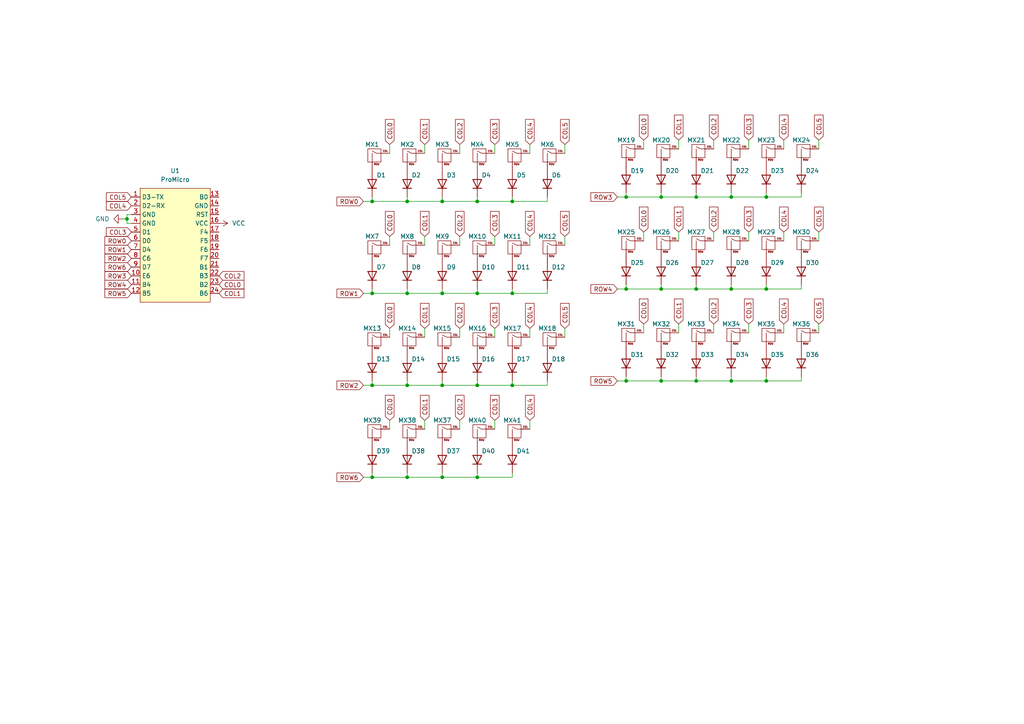
<source format=kicad_sch>
(kicad_sch (version 20230121) (generator eeschema)
  (paper "A4")
  (lib_symbols
    (symbol "Diode:1N4148" (pin_numbers hide) (pin_names hide)
      (property "Reference" "D" (at 0 2.54 0))
      (property "Value" "1N4148" (at 0 -2.54 0))
      (symbol "1N4148_0_1"
        (polyline (pts (xy -1.27 1.27) (xy -1.27 -1.27)) (stroke (width 0.254)))
        (polyline (pts (xy 1.27 0) (xy -1.27 0)))
        (polyline (pts (xy 1.27 1.27) (xy 1.27 -1.27) (xy -1.27 0) (xy 1.27 1.27)) (stroke (width 0.254)))
      )
      (symbol "1N4148_1_1"
        (pin passive line (at -3.81 0 0) (length 2.54) (name "K") (number "1"))
        (pin passive line (at 3.81 0 180) (length 2.54) (name "A") (number "2"))
      )
    )
    (symbol "PCM_0xcb:MX" (pin_names (offset 1.016))
      (property "Reference" "MX" (at -0.635 1.905 0))
      (property "Value" "MX" (at 0.635 0.635 0))
      (symbol "MX_1_0"
        (text "COL" (at 2.54 0.635 0) (effects (font (size 0.508 0.508))))
      )
      (symbol "MX_1_1"
        (polyline (pts (xy -1.27 -2.54) (xy -1.27 0)))
        (polyline (pts (xy 1.27 0) (xy 0 0) (xy -1.27 0.635)))
        (polyline (pts (xy -2.54 1.27) (xy 1.27 1.27) (xy 1.27 -2.54) (xy -2.54 -2.54) (xy -2.54 1.27)))
        (text "ROW" (at 0 -3.175 0) (effects (font (size 0.508 0.508))))
        (pin passive line (at 3.81 0 180) (length 2.54) (name "COL") (number "1"))
        (pin passive line (at -1.27 -5.08 90) (length 2.54) (name "ROW") (number "2"))
      )
    )
    (symbol "PCM_marbastlib-promicroish:Arduino_ProMicro" (in_bom no)
      (property "Reference" "U" (at 0 20.32 0))
      (property "Value" "ProMicro" (at 0 17.78 0))
      (symbol "Arduino_ProMicro_0_0"
        (pin bidirectional line (at -12.7 13.97 0) (length 2.54) (name "D3-TX") (number "1"))
        (pin bidirectional line (at -12.7 -8.89 0) (length 2.54) (name "E6") (number "10"))
        (pin bidirectional line (at -12.7 -11.43 0) (length 2.54) (name "B4") (number "11"))
        (pin bidirectional line (at -12.7 -13.97 0) (length 2.54) (name "B5") (number "12"))
        (pin power_out line (at 12.7 11.43 180) (length 2.54) (name "GND") (number "14"))
        (pin bidirectional line (at 12.7 8.89 180) (length 2.54) (name "RST") (number "15"))
        (pin bidirectional line (at 12.7 3.81 180) (length 2.54) (name "F4") (number "17"))
        (pin bidirectional line (at 12.7 1.27 180) (length 2.54) (name "F5") (number "18"))
        (pin bidirectional line (at 12.7 -1.27 180) (length 2.54) (name "F6") (number "19"))
        (pin bidirectional line (at -12.7 11.43 0) (length 2.54) (name "D2-RX") (number "2"))
        (pin bidirectional line (at 12.7 -3.81 180) (length 2.54) (name "F7") (number "20"))
        (pin bidirectional line (at 12.7 -6.35 180) (length 2.54) (name "B1") (number "21"))
        (pin bidirectional line (at 12.7 -8.89 180) (length 2.54) (name "B3") (number "22"))
        (pin bidirectional line (at 12.7 -11.43 180) (length 2.54) (name "B2") (number "23"))
        (pin bidirectional line (at 12.7 -13.97 180) (length 2.54) (name "B6") (number "24"))
        (pin power_out line (at -12.7 8.89 0) (length 2.54) (name "GND") (number "3"))
        (pin power_out line (at -12.7 6.35 0) (length 2.54) (name "GND") (number "4"))
        (pin bidirectional line (at -12.7 3.81 0) (length 2.54) (name "D1") (number "5"))
        (pin bidirectional line (at -12.7 1.27 0) (length 2.54) (name "D0") (number "6"))
        (pin bidirectional line (at -12.7 -1.27 0) (length 2.54) (name "D4") (number "7"))
        (pin bidirectional line (at -12.7 -3.81 0) (length 2.54) (name "C6") (number "8"))
        (pin bidirectional line (at -12.7 -6.35 0) (length 2.54) (name "D7") (number "9"))
      )
      (symbol "Arduino_ProMicro_1_0"
        (pin bidirectional line (at 12.7 13.97 180) (length 2.54) (name "B0") (number "13"))
        (pin power_out line (at 12.7 6.35 180) (length 2.54) (name "VCC") (number "16"))
      )
      (symbol "Arduino_ProMicro_1_1"
        (rectangle (start -10.16 16.51) (end 10.16 -16.51) (fill (type background)))
      )
    )
    (symbol "power:GND" (power) (pin_names (offset 0))
      (property "Value" "GND" (at 0 -3.81 0))
      (symbol "GND_0_1"
        (polyline (pts (xy 0 0) (xy 0 -1.27) (xy 1.27 -1.27) (xy 0 -2.54) (xy -1.27 -1.27) (xy 0 -1.27)))
      )
      (symbol "GND_1_1"
        (pin power_in line (at 0 0 270) (length 0) hide (name "GND") (number "1"))
      )
    )
    (symbol "power:VCC" (power) (pin_names (offset 0))
      (property "Value" "VCC" (at 0 3.81 0))
      (symbol "VCC_0_1"
        (polyline (pts (xy -0.762 1.27) (xy 0 2.54)))
        (polyline (pts (xy 0 0) (xy 0 2.54)))
        (polyline (pts (xy 0 2.54) (xy 0.762 1.27)))
      )
      (symbol "VCC_1_1"
        (pin power_in line (at 0 0 90) (length 0) hide (name "VCC") (number "1"))
      )
    )
  )
  (junction (at 118.11 58.42))
  (junction (at 138.43 138.43))
  (junction (at 222.25 83.82))
  (junction (at 222.25 57.15))
  (junction (at 138.43 111.76))
  (junction (at 128.27 138.43))
  (junction (at 148.59 58.42))
  (junction (at 181.61 57.15))
  (junction (at 191.77 57.15))
  (junction (at 138.43 58.42))
  (junction (at 212.09 83.82))
  (junction (at 148.59 111.76))
  (junction (at 191.77 83.82))
  (junction (at 128.27 85.09))
  (junction (at 201.93 57.15))
  (junction (at 181.61 83.82))
  (junction (at 222.25 110.49))
  (junction (at 191.77 110.49))
  (junction (at 107.95 111.76))
  (junction (at 181.61 110.49))
  (junction (at 118.11 111.76))
  (junction (at 107.95 138.43))
  (junction (at 128.27 58.42))
  (junction (at 118.11 138.43))
  (junction (at 118.11 85.09))
  (junction (at 212.09 57.15))
  (junction (at 138.43 85.09))
  (junction (at 36.83 63.5))
  (junction (at 128.27 111.76))
  (junction (at 201.93 83.82))
  (junction (at 107.95 58.42))
  (junction (at 201.93 110.49))
  (junction (at 212.09 110.49))
  (junction (at 148.59 85.09))
  (junction (at 107.95 85.09))
  (wire (pts (xy 138.43 111.76) (xy 148.59 111.76)))
  (wire (pts (xy 143.51 121.92) (xy 143.51 124.46)))
  (wire (pts (xy 181.61 110.49) (xy 191.77 110.49)))
  (wire (pts (xy 107.95 58.42) (xy 105.41 58.42)))
  (wire (pts (xy 148.59 110.49) (xy 148.59 111.76)))
  (wire (pts (xy 222.25 55.88) (xy 222.25 57.15)))
  (wire (pts (xy 222.25 82.55) (xy 222.25 83.82)))
  (wire (pts (xy 191.77 110.49) (xy 201.93 110.49)))
  (wire (pts (xy 201.93 57.15) (xy 212.09 57.15)))
  (wire (pts (xy 128.27 57.15) (xy 128.27 58.42)))
  (wire (pts (xy 181.61 83.82) (xy 191.77 83.82)))
  (wire (pts (xy 113.03 68.58) (xy 113.03 71.12)))
  (wire (pts (xy 163.83 68.58) (xy 163.83 71.12)))
  (wire (pts (xy 133.35 95.25) (xy 133.35 97.79)))
  (wire (pts (xy 207.01 93.98) (xy 207.01 96.52)))
  (wire (pts (xy 138.43 57.15) (xy 138.43 58.42)))
  (wire (pts (xy 237.49 67.31) (xy 237.49 69.85)))
  (wire (pts (xy 212.09 57.15) (xy 222.25 57.15)))
  (wire (pts (xy 148.59 85.09) (xy 158.75 85.09)))
  (wire (pts (xy 212.09 55.88) (xy 212.09 57.15)))
  (wire (pts (xy 191.77 55.88) (xy 191.77 57.15)))
  (wire (pts (xy 212.09 83.82) (xy 222.25 83.82)))
  (wire (pts (xy 186.69 40.64) (xy 186.69 43.18)))
  (wire (pts (xy 196.85 93.98) (xy 196.85 96.52)))
  (wire (pts (xy 133.35 68.58) (xy 133.35 71.12)))
  (wire (pts (xy 138.43 138.43) (xy 148.59 138.43)))
  (wire (pts (xy 128.27 58.42) (xy 138.43 58.42)))
  (wire (pts (xy 158.75 83.82) (xy 158.75 85.09)))
  (wire (pts (xy 181.61 55.88) (xy 181.61 57.15)))
  (wire (pts (xy 107.95 85.09) (xy 118.11 85.09)))
  (wire (pts (xy 118.11 83.82) (xy 118.11 85.09)))
  (wire (pts (xy 107.95 85.09) (xy 105.41 85.09)))
  (wire (pts (xy 163.83 41.91) (xy 163.83 44.45)))
  (wire (pts (xy 118.11 58.42) (xy 128.27 58.42)))
  (wire (pts (xy 38.1 62.23) (xy 36.83 62.23)))
  (wire (pts (xy 201.93 82.55) (xy 201.93 83.82)))
  (wire (pts (xy 201.93 83.82) (xy 212.09 83.82)))
  (wire (pts (xy 181.61 57.15) (xy 179.07 57.15)))
  (wire (pts (xy 128.27 137.16) (xy 128.27 138.43)))
  (wire (pts (xy 118.11 111.76) (xy 128.27 111.76)))
  (wire (pts (xy 118.11 110.49) (xy 118.11 111.76)))
  (wire (pts (xy 133.35 41.91) (xy 133.35 44.45)))
  (wire (pts (xy 212.09 110.49) (xy 222.25 110.49)))
  (wire (pts (xy 191.77 57.15) (xy 201.93 57.15)))
  (wire (pts (xy 107.95 83.82) (xy 107.95 85.09)))
  (wire (pts (xy 128.27 85.09) (xy 138.43 85.09)))
  (wire (pts (xy 107.95 111.76) (xy 118.11 111.76)))
  (wire (pts (xy 36.83 63.5) (xy 35.56 63.5)))
  (wire (pts (xy 201.93 55.88) (xy 201.93 57.15)))
  (wire (pts (xy 143.51 68.58) (xy 143.51 71.12)))
  (wire (pts (xy 232.41 109.22) (xy 232.41 110.49)))
  (wire (pts (xy 128.27 83.82) (xy 128.27 85.09)))
  (wire (pts (xy 138.43 137.16) (xy 138.43 138.43)))
  (wire (pts (xy 212.09 82.55) (xy 212.09 83.82)))
  (wire (pts (xy 118.11 138.43) (xy 128.27 138.43)))
  (wire (pts (xy 181.61 82.55) (xy 181.61 83.82)))
  (wire (pts (xy 158.75 57.15) (xy 158.75 58.42)))
  (wire (pts (xy 217.17 67.31) (xy 217.17 69.85)))
  (wire (pts (xy 138.43 58.42) (xy 148.59 58.42)))
  (wire (pts (xy 181.61 57.15) (xy 191.77 57.15)))
  (wire (pts (xy 207.01 67.31) (xy 207.01 69.85)))
  (wire (pts (xy 123.19 68.58) (xy 123.19 71.12)))
  (wire (pts (xy 38.1 64.77) (xy 36.83 64.77)))
  (wire (pts (xy 191.77 82.55) (xy 191.77 83.82)))
  (wire (pts (xy 186.69 93.98) (xy 186.69 96.52)))
  (wire (pts (xy 222.25 83.82) (xy 232.41 83.82)))
  (wire (pts (xy 143.51 41.91) (xy 143.51 44.45)))
  (wire (pts (xy 153.67 68.58) (xy 153.67 71.12)))
  (wire (pts (xy 191.77 109.22) (xy 191.77 110.49)))
  (wire (pts (xy 222.25 57.15) (xy 232.41 57.15)))
  (wire (pts (xy 128.27 138.43) (xy 138.43 138.43)))
  (wire (pts (xy 153.67 41.91) (xy 153.67 44.45)))
  (wire (pts (xy 222.25 110.49) (xy 232.41 110.49)))
  (wire (pts (xy 148.59 83.82) (xy 148.59 85.09)))
  (wire (pts (xy 148.59 57.15) (xy 148.59 58.42)))
  (wire (pts (xy 222.25 109.22) (xy 222.25 110.49)))
  (wire (pts (xy 113.03 95.25) (xy 113.03 97.79)))
  (wire (pts (xy 201.93 109.22) (xy 201.93 110.49)))
  (wire (pts (xy 186.69 67.31) (xy 186.69 69.85)))
  (wire (pts (xy 148.59 111.76) (xy 158.75 111.76)))
  (wire (pts (xy 232.41 82.55) (xy 232.41 83.82)))
  (wire (pts (xy 118.11 57.15) (xy 118.11 58.42)))
  (wire (pts (xy 118.11 137.16) (xy 118.11 138.43)))
  (wire (pts (xy 128.27 110.49) (xy 128.27 111.76)))
  (wire (pts (xy 107.95 111.76) (xy 105.41 111.76)))
  (wire (pts (xy 36.83 62.23) (xy 36.83 63.5)))
  (wire (pts (xy 107.95 138.43) (xy 105.41 138.43)))
  (wire (pts (xy 227.33 67.31) (xy 227.33 69.85)))
  (wire (pts (xy 107.95 57.15) (xy 107.95 58.42)))
  (wire (pts (xy 196.85 40.64) (xy 196.85 43.18)))
  (wire (pts (xy 123.19 121.92) (xy 123.19 124.46)))
  (wire (pts (xy 107.95 58.42) (xy 118.11 58.42)))
  (wire (pts (xy 158.75 110.49) (xy 158.75 111.76)))
  (wire (pts (xy 123.19 95.25) (xy 123.19 97.79)))
  (wire (pts (xy 107.95 137.16) (xy 107.95 138.43)))
  (wire (pts (xy 133.35 121.92) (xy 133.35 124.46)))
  (wire (pts (xy 113.03 121.92) (xy 113.03 124.46)))
  (wire (pts (xy 107.95 110.49) (xy 107.95 111.76)))
  (wire (pts (xy 113.03 41.91) (xy 113.03 44.45)))
  (wire (pts (xy 138.43 83.82) (xy 138.43 85.09)))
  (wire (pts (xy 143.51 95.25) (xy 143.51 97.79)))
  (wire (pts (xy 118.11 85.09) (xy 128.27 85.09)))
  (wire (pts (xy 217.17 40.64) (xy 217.17 43.18)))
  (wire (pts (xy 227.33 93.98) (xy 227.33 96.52)))
  (wire (pts (xy 227.33 40.64) (xy 227.33 43.18)))
  (wire (pts (xy 196.85 67.31) (xy 196.85 69.85)))
  (wire (pts (xy 128.27 111.76) (xy 138.43 111.76)))
  (wire (pts (xy 148.59 58.42) (xy 158.75 58.42)))
  (wire (pts (xy 201.93 110.49) (xy 212.09 110.49)))
  (wire (pts (xy 181.61 83.82) (xy 179.07 83.82)))
  (wire (pts (xy 36.83 64.77) (xy 36.83 63.5)))
  (wire (pts (xy 163.83 95.25) (xy 163.83 97.79)))
  (wire (pts (xy 153.67 121.92) (xy 153.67 124.46)))
  (wire (pts (xy 148.59 137.16) (xy 148.59 138.43)))
  (wire (pts (xy 138.43 85.09) (xy 148.59 85.09)))
  (wire (pts (xy 153.67 95.25) (xy 153.67 97.79)))
  (wire (pts (xy 181.61 110.49) (xy 179.07 110.49)))
  (wire (pts (xy 207.01 40.64) (xy 207.01 43.18)))
  (wire (pts (xy 237.49 93.98) (xy 237.49 96.52)))
  (wire (pts (xy 123.19 41.91) (xy 123.19 44.45)))
  (wire (pts (xy 212.09 109.22) (xy 212.09 110.49)))
  (wire (pts (xy 138.43 110.49) (xy 138.43 111.76)))
  (wire (pts (xy 191.77 83.82) (xy 201.93 83.82)))
  (wire (pts (xy 217.17 93.98) (xy 217.17 96.52)))
  (wire (pts (xy 181.61 109.22) (xy 181.61 110.49)))
  (wire (pts (xy 107.95 138.43) (xy 118.11 138.43)))
  (wire (pts (xy 232.41 55.88) (xy 232.41 57.15)))
  (wire (pts (xy 237.49 40.64) (xy 237.49 43.18)))
  (global_label "ROW0" (shape input) (at 105.41 58.42 180) (property "Intersheetrefs" "${INTERSHEET_REFS}" (effects hide)))
  (global_label "COL4" (shape input) (at 38.1 59.69 180) (property "Intersheetrefs" "${INTERSHEET_REFS}" (effects hide)))
  (global_label "COL5" (shape input) (at 38.1 57.15 180) (property "Intersheetrefs" "${INTERSHEET_REFS}" (effects hide)))
  (global_label "COL3" (shape input) (at 217.17 40.64 90) (property "Intersheetrefs" "${INTERSHEET_REFS}" (effects hide)))
  (global_label "ROW3" (shape input) (at 38.1 80.01 180) (property "Intersheetrefs" "${INTERSHEET_REFS}" (effects hide)))
  (global_label "COL2" (shape input) (at 133.35 95.25 90) (property "Intersheetrefs" "${INTERSHEET_REFS}" (effects hide)))
  (global_label "COL0" (shape input) (at 186.69 93.98 90) (property "Intersheetrefs" "${INTERSHEET_REFS}" (effects hide)))
  (global_label "COL1" (shape input) (at 123.19 95.25 90) (property "Intersheetrefs" "${INTERSHEET_REFS}" (effects hide)))
  (global_label "COL4" (shape input) (at 153.67 41.91 90) (property "Intersheetrefs" "${INTERSHEET_REFS}" (effects hide)))
  (global_label "COL0" (shape input) (at 113.03 95.25 90) (property "Intersheetrefs" "${INTERSHEET_REFS}" (effects hide)))
  (global_label "ROW2" (shape input) (at 105.41 111.76 180) (property "Intersheetrefs" "${INTERSHEET_REFS}" (effects hide)))
  (global_label "COL2" (shape input) (at 63.5 80.01 0) (property "Intersheetrefs" "${INTERSHEET_REFS}" (effects hide)))
  (global_label "COL5" (shape input) (at 163.83 95.25 90) (property "Intersheetrefs" "${INTERSHEET_REFS}" (effects hide)))
  (global_label "COL4" (shape input) (at 153.67 95.25 90) (property "Intersheetrefs" "${INTERSHEET_REFS}" (effects hide)))
  (global_label "COL1" (shape input) (at 63.5 85.09 0) (property "Intersheetrefs" "${INTERSHEET_REFS}" (effects hide)))
  (global_label "COL0" (shape input) (at 113.03 41.91 90) (property "Intersheetrefs" "${INTERSHEET_REFS}" (effects hide)))
  (global_label "COL1" (shape input) (at 196.85 93.98 90) (property "Intersheetrefs" "${INTERSHEET_REFS}" (effects hide)))
  (global_label "COL0" (shape input) (at 63.5 82.55 0) (property "Intersheetrefs" "${INTERSHEET_REFS}" (effects hide)))
  (global_label "ROW4" (shape input) (at 38.1 82.55 180) (property "Intersheetrefs" "${INTERSHEET_REFS}" (effects hide)))
  (global_label "COL5" (shape input) (at 163.83 68.58 90) (property "Intersheetrefs" "${INTERSHEET_REFS}" (effects hide)))
  (global_label "COL2" (shape input) (at 133.35 121.92 90) (property "Intersheetrefs" "${INTERSHEET_REFS}" (effects hide)))
  (global_label "ROW5" (shape input) (at 179.07 110.49 180) (property "Intersheetrefs" "${INTERSHEET_REFS}" (effects hide)))
  (global_label "COL4" (shape input) (at 153.67 68.58 90) (property "Intersheetrefs" "${INTERSHEET_REFS}" (effects hide)))
  (global_label "COL0" (shape input) (at 186.69 67.31 90) (property "Intersheetrefs" "${INTERSHEET_REFS}" (effects hide)))
  (global_label "COL4" (shape input) (at 227.33 67.31 90) (property "Intersheetrefs" "${INTERSHEET_REFS}" (effects hide)))
  (global_label "COL3" (shape input) (at 143.51 41.91 90) (property "Intersheetrefs" "${INTERSHEET_REFS}" (effects hide)))
  (global_label "ROW6" (shape input) (at 105.41 138.43 180) (property "Intersheetrefs" "${INTERSHEET_REFS}" (effects hide)))
  (global_label "ROW2" (shape input) (at 38.1 74.93 180) (property "Intersheetrefs" "${INTERSHEET_REFS}" (effects hide)))
  (global_label "COL4" (shape input) (at 153.67 121.92 90) (property "Intersheetrefs" "${INTERSHEET_REFS}" (effects hide)))
  (global_label "COL5" (shape input) (at 237.49 93.98 90) (property "Intersheetrefs" "${INTERSHEET_REFS}" (effects hide)))
  (global_label "COL3" (shape input) (at 38.1 67.31 180) (property "Intersheetrefs" "${INTERSHEET_REFS}" (effects hide)))
  (global_label "COL3" (shape input) (at 217.17 93.98 90) (property "Intersheetrefs" "${INTERSHEET_REFS}" (effects hide)))
  (global_label "ROW6" (shape input) (at 38.1 77.47 180) (property "Intersheetrefs" "${INTERSHEET_REFS}" (effects hide)))
  (global_label "COL5" (shape input) (at 237.49 67.31 90) (property "Intersheetrefs" "${INTERSHEET_REFS}" (effects hide)))
  (global_label "COL1" (shape input) (at 196.85 67.31 90) (property "Intersheetrefs" "${INTERSHEET_REFS}" (effects hide)))
  (global_label "COL1" (shape input) (at 196.85 40.64 90) (property "Intersheetrefs" "${INTERSHEET_REFS}" (effects hide)))
  (global_label "COL3" (shape input) (at 143.51 95.25 90) (property "Intersheetrefs" "${INTERSHEET_REFS}" (effects hide)))
  (global_label "COL3" (shape input) (at 217.17 67.31 90) (property "Intersheetrefs" "${INTERSHEET_REFS}" (effects hide)))
  (global_label "COL3" (shape input) (at 143.51 121.92 90) (property "Intersheetrefs" "${INTERSHEET_REFS}" (effects hide)))
  (global_label "ROW4" (shape input) (at 179.07 83.82 180) (property "Intersheetrefs" "${INTERSHEET_REFS}" (effects hide)))
  (global_label "ROW3" (shape input) (at 179.07 57.15 180) (property "Intersheetrefs" "${INTERSHEET_REFS}" (effects hide)))
  (global_label "COL2" (shape input) (at 207.01 93.98 90) (property "Intersheetrefs" "${INTERSHEET_REFS}" (effects hide)))
  (global_label "COL5" (shape input) (at 163.83 41.91 90) (property "Intersheetrefs" "${INTERSHEET_REFS}" (effects hide)))
  (global_label "ROW5" (shape input) (at 38.1 85.09 180) (property "Intersheetrefs" "${INTERSHEET_REFS}" (effects hide)))
  (global_label "COL2" (shape input) (at 207.01 67.31 90) (property "Intersheetrefs" "${INTERSHEET_REFS}" (effects hide)))
  (global_label "ROW1" (shape input) (at 105.41 85.09 180) (property "Intersheetrefs" "${INTERSHEET_REFS}" (effects hide)))
  (global_label "COL0" (shape input) (at 113.03 121.92 90) (property "Intersheetrefs" "${INTERSHEET_REFS}" (effects hide)))
  (global_label "COL2" (shape input) (at 133.35 41.91 90) (property "Intersheetrefs" "${INTERSHEET_REFS}" (effects hide)))
  (global_label "COL2" (shape input) (at 133.35 68.58 90) (property "Intersheetrefs" "${INTERSHEET_REFS}" (effects hide)))
  (global_label "ROW0" (shape input) (at 38.1 69.85 180) (property "Intersheetrefs" "${INTERSHEET_REFS}" (effects hide)))
  (global_label "COL4" (shape input) (at 227.33 93.98 90) (property "Intersheetrefs" "${INTERSHEET_REFS}" (effects hide)))
  (global_label "COL1" (shape input) (at 123.19 41.91 90) (property "Intersheetrefs" "${INTERSHEET_REFS}" (effects hide)))
  (global_label "COL2" (shape input) (at 207.01 40.64 90) (property "Intersheetrefs" "${INTERSHEET_REFS}" (effects hide)))
  (global_label "COL1" (shape input) (at 123.19 121.92 90) (property "Intersheetrefs" "${INTERSHEET_REFS}" (effects hide)))
  (global_label "COL5" (shape input) (at 237.49 40.64 90) (property "Intersheetrefs" "${INTERSHEET_REFS}" (effects hide)))
  (global_label "COL1" (shape input) (at 123.19 68.58 90) (property "Intersheetrefs" "${INTERSHEET_REFS}" (effects hide)))
  (global_label "ROW1" (shape input) (at 38.1 72.39 180) (property "Intersheetrefs" "${INTERSHEET_REFS}" (effects hide)))
  (global_label "COL4" (shape input) (at 227.33 40.64 90) (property "Intersheetrefs" "${INTERSHEET_REFS}" (effects hide)))
  (global_label "COL3" (shape input) (at 143.51 68.58 90) (property "Intersheetrefs" "${INTERSHEET_REFS}" (effects hide)))
  (global_label "COL0" (shape input) (at 113.03 68.58 90) (property "Intersheetrefs" "${INTERSHEET_REFS}" (effects hide)))
  (global_label "COL0" (shape input) (at 186.69 40.64 90) (property "Intersheetrefs" "${INTERSHEET_REFS}" (effects hide)))
  (symbol (lib_id "Diode:1N4148") (at 118.11 53.34 90) (unit 1)
    (property "Reference" "D2" (at 119.38 50.8 90) (effects (justify right)))
    (property "Value" "1N4148" (effects hide))
    (property "Footprint" "Diode_THT:D_DO-35_SOD27_P7.62mm_Horizontal" (effects hide))
    (property "Datasheet" "https://assets.nexperia.com/documents/data-sheet/1N4148_1N4448.pdf" (effects hide))
    (property "Sim.Device" "D" (effects hide))
    (property "Sim.Pins" "1=K 2=A" (effects hide))
  )
  (symbol (lib_id "PCM_0xcb:MX") (at 119.38 44.45 0) (unit 1)
    (property "Reference" "MX2" (at 118.11 41.91 0))
    (property "Value" "MX" (effects hide))
    (property "Footprint" "PCM_Switch_Keyboard_Cherry_MX:SW_Cherry_MX_PCB" (effects hide))
  )
  (symbol (lib_id "PCM_0xcb:MX") (at 213.36 69.85 0) (unit 1)
    (property "Reference" "MX28" (at 212.09 67.31 0))
    (property "Value" "MX" (effects hide))
    (property "Footprint" "PCM_Switch_Keyboard_Cherry_MX:SW_Cherry_MX_PCB" (effects hide))
  )
  (symbol (lib_id "PCM_0xcb:MX") (at 139.7 71.12 0) (unit 1)
    (property "Reference" "MX10" (at 138.43 68.58 0))
    (property "Value" "MX" (effects hide))
    (property "Footprint" "PCM_Switch_Keyboard_Cherry_MX:SW_Cherry_MX_PCB" (effects hide))
  )
  (symbol (lib_id "Diode:1N4148") (at 118.11 80.01 90) (unit 1)
    (property "Reference" "D8" (at 119.38 77.47 90) (effects (justify right)))
    (property "Value" "1N4148" (effects hide))
    (property "Footprint" "Diode_THT:D_DO-35_SOD27_P7.62mm_Horizontal" (effects hide))
    (property "Datasheet" "https://assets.nexperia.com/documents/data-sheet/1N4148_1N4448.pdf" (effects hide))
    (property "Sim.Device" "D" (effects hide))
    (property "Sim.Pins" "1=K 2=A" (effects hide))
  )
  (symbol (lib_id "Diode:1N4148") (at 148.59 106.68 90) (unit 1)
    (property "Reference" "D17" (at 149.86 104.14 90) (effects (justify right)))
    (property "Value" "1N4148" (effects hide))
    (property "Footprint" "Diode_THT:D_DO-35_SOD27_P7.62mm_Horizontal" (effects hide))
    (property "Datasheet" "https://assets.nexperia.com/documents/data-sheet/1N4148_1N4448.pdf" (effects hide))
    (property "Sim.Device" "D" (effects hide))
    (property "Sim.Pins" "1=K 2=A" (effects hide))
  )
  (symbol (lib_id "PCM_0xcb:MX") (at 203.2 96.52 0) (unit 1)
    (property "Reference" "MX33" (at 201.93 93.98 0))
    (property "Value" "MX" (effects hide))
    (property "Footprint" "PCM_Switch_Keyboard_Cherry_MX:SW_Cherry_MX_PCB" (effects hide))
  )
  (symbol (lib_id "PCM_0xcb:MX") (at 223.52 43.18 0) (unit 1)
    (property "Reference" "MX23" (at 222.25 40.64 0))
    (property "Value" "MX" (effects hide))
    (property "Footprint" "PCM_Switch_Keyboard_Cherry_MX:SW_Cherry_MX_PCB" (effects hide))
  )
  (symbol (lib_id "Diode:1N4148") (at 191.77 78.74 90) (unit 1)
    (property "Reference" "D26" (at 193.04 76.2 90) (effects (justify right)))
    (property "Value" "1N4148" (effects hide))
    (property "Footprint" "Diode_THT:D_DO-35_SOD27_P7.62mm_Horizontal" (effects hide))
    (property "Datasheet" "https://assets.nexperia.com/documents/data-sheet/1N4148_1N4448.pdf" (effects hide))
    (property "Sim.Device" "D" (effects hide))
    (property "Sim.Pins" "1=K 2=A" (effects hide))
  )
  (symbol (lib_id "PCM_0xcb:MX") (at 213.36 43.18 0) (unit 1)
    (property "Reference" "MX22" (at 212.09 40.64 0))
    (property "Value" "MX" (effects hide))
    (property "Footprint" "PCM_Switch_Keyboard_Cherry_MX:SW_Cherry_MX_PCB" (effects hide))
  )
  (symbol (lib_id "Diode:1N4148") (at 128.27 53.34 90) (unit 1)
    (property "Reference" "D3" (at 129.54 50.8 90) (effects (justify right)))
    (property "Value" "1N4148" (effects hide))
    (property "Footprint" "Diode_THT:D_DO-35_SOD27_P7.62mm_Horizontal" (effects hide))
    (property "Datasheet" "https://assets.nexperia.com/documents/data-sheet/1N4148_1N4448.pdf" (effects hide))
    (property "Sim.Device" "D" (effects hide))
    (property "Sim.Pins" "1=K 2=A" (effects hide))
  )
  (symbol (lib_id "PCM_0xcb:MX") (at 233.68 69.85 0) (unit 1)
    (property "Reference" "MX30" (at 232.41 67.31 0))
    (property "Value" "MX" (effects hide))
    (property "Footprint" "PCM_Switch_Keyboard_Cherry_MX:SW_Cherry_MX_PCB" (effects hide))
  )
  (symbol (lib_id "PCM_0xcb:MX") (at 119.38 124.46 0) (unit 1)
    (property "Reference" "MX38" (at 118.11 121.92 0))
    (property "Value" "MX" (effects hide))
    (property "Footprint" "PCM_Switch_Keyboard_Cherry_MX:SW_Cherry_MX_PCB" (effects hide))
  )
  (symbol (lib_id "Diode:1N4148") (at 222.25 105.41 90) (unit 1)
    (property "Reference" "D35" (at 223.52 102.87 90) (effects (justify right)))
    (property "Value" "1N4148" (effects hide))
    (property "Footprint" "Diode_THT:D_DO-35_SOD27_P7.62mm_Horizontal" (effects hide))
    (property "Datasheet" "https://assets.nexperia.com/documents/data-sheet/1N4148_1N4448.pdf" (effects hide))
    (property "Sim.Device" "D" (effects hide))
    (property "Sim.Pins" "1=K 2=A" (effects hide))
  )
  (symbol (lib_id "Diode:1N4148") (at 107.95 133.35 90) (unit 1)
    (property "Reference" "D39" (at 109.22 130.81 90) (effects (justify right)))
    (property "Value" "1N4148" (effects hide))
    (property "Footprint" "Diode_THT:D_DO-35_SOD27_P7.62mm_Horizontal" (effects hide))
    (property "Datasheet" "https://assets.nexperia.com/documents/data-sheet/1N4148_1N4448.pdf" (effects hide))
    (property "Sim.Device" "D" (effects hide))
    (property "Sim.Pins" "1=K 2=A" (effects hide))
  )
  (symbol (lib_id "Diode:1N4148") (at 158.75 80.01 90) (unit 1)
    (property "Reference" "D12" (at 160.02 77.47 90) (effects (justify right)))
    (property "Value" "1N4148" (effects hide))
    (property "Footprint" "Diode_THT:D_DO-35_SOD27_P7.62mm_Horizontal" (effects hide))
    (property "Datasheet" "https://assets.nexperia.com/documents/data-sheet/1N4148_1N4448.pdf" (effects hide))
    (property "Sim.Device" "D" (effects hide))
    (property "Sim.Pins" "1=K 2=A" (effects hide))
  )
  (symbol (lib_id "PCM_0xcb:MX") (at 233.68 43.18 0) (unit 1)
    (property "Reference" "MX24" (at 232.41 40.64 0))
    (property "Value" "MX" (effects hide))
    (property "Footprint" "PCM_Switch_Keyboard_Cherry_MX:SW_Cherry_MX_PCB" (effects hide))
  )
  (symbol (lib_id "Diode:1N4148") (at 212.09 52.07 90) (unit 1)
    (property "Reference" "D22" (at 213.36 49.53 90) (effects (justify right)))
    (property "Value" "1N4148" (effects hide))
    (property "Footprint" "Diode_THT:D_DO-35_SOD27_P7.62mm_Horizontal" (effects hide))
    (property "Datasheet" "https://assets.nexperia.com/documents/data-sheet/1N4148_1N4448.pdf" (effects hide))
    (property "Sim.Device" "D" (effects hide))
    (property "Sim.Pins" "1=K 2=A" (effects hide))
  )
  (symbol (lib_id "PCM_0xcb:MX") (at 193.04 69.85 0) (unit 1)
    (property "Reference" "MX26" (at 191.77 67.31 0))
    (property "Value" "MX" (effects hide))
    (property "Footprint" "PCM_Switch_Keyboard_Cherry_MX:SW_Cherry_MX_PCB" (effects hide))
  )
  (symbol (lib_id "PCM_0xcb:MX") (at 119.38 97.79 0) (unit 1)
    (property "Reference" "MX14" (at 118.11 95.25 0))
    (property "Value" "MX" (effects hide))
    (property "Footprint" "PCM_Switch_Keyboard_Cherry_MX:SW_Cherry_MX_PCB" (effects hide))
  )
  (symbol (lib_id "PCM_0xcb:MX") (at 119.38 71.12 0) (unit 1)
    (property "Reference" "MX8" (at 118.11 68.58 0))
    (property "Value" "MX" (effects hide))
    (property "Footprint" "PCM_Switch_Keyboard_Cherry_MX:SW_Cherry_MX_PCB" (effects hide))
  )
  (symbol (lib_id "Diode:1N4148") (at 158.75 53.34 90) (unit 1)
    (property "Reference" "D6" (at 160.02 50.8 90) (effects (justify right)))
    (property "Value" "1N4148" (effects hide))
    (property "Footprint" "Diode_THT:D_DO-35_SOD27_P7.62mm_Horizontal" (effects hide))
    (property "Datasheet" "https://assets.nexperia.com/documents/data-sheet/1N4148_1N4448.pdf" (effects hide))
    (property "Sim.Device" "D" (effects hide))
    (property "Sim.Pins" "1=K 2=A" (effects hide))
  )
  (symbol (lib_id "Diode:1N4148") (at 201.93 52.07 90) (unit 1)
    (property "Reference" "D21" (at 203.2 49.53 90) (effects (justify right)))
    (property "Value" "1N4148" (effects hide))
    (property "Footprint" "Diode_THT:D_DO-35_SOD27_P7.62mm_Horizontal" (effects hide))
    (property "Datasheet" "https://assets.nexperia.com/documents/data-sheet/1N4148_1N4448.pdf" (effects hide))
    (property "Sim.Device" "D" (effects hide))
    (property "Sim.Pins" "1=K 2=A" (effects hide))
  )
  (symbol (lib_id "power:GND") (at 35.56 63.5 270) (unit 1)
    (property "Reference" "#PWR02" (effects hide))
    (property "Value" "GND" (at 31.75 63.5 90) (effects (justify right)))
  )
  (symbol (lib_id "PCM_0xcb:MX") (at 129.54 124.46 0) (unit 1)
    (property "Reference" "MX37" (at 128.27 121.92 0))
    (property "Value" "MX" (effects hide))
    (property "Footprint" "PCM_Switch_Keyboard_Cherry_MX:SW_Cherry_MX_PCB" (effects hide))
  )
  (symbol (lib_id "PCM_0xcb:MX") (at 129.54 44.45 0) (unit 1)
    (property "Reference" "MX3" (at 128.27 41.91 0))
    (property "Value" "MX" (effects hide))
    (property "Footprint" "PCM_Switch_Keyboard_Cherry_MX:SW_Cherry_MX_PCB" (effects hide))
  )
  (symbol (lib_id "Diode:1N4148") (at 232.41 52.07 90) (unit 1)
    (property "Reference" "D24" (at 233.68 49.53 90) (effects (justify right)))
    (property "Value" "1N4148" (effects hide))
    (property "Footprint" "Diode_THT:D_DO-35_SOD27_P7.62mm_Horizontal" (effects hide))
    (property "Datasheet" "https://assets.nexperia.com/documents/data-sheet/1N4148_1N4448.pdf" (effects hide))
    (property "Sim.Device" "D" (effects hide))
    (property "Sim.Pins" "1=K 2=A" (effects hide))
  )
  (symbol (lib_id "Diode:1N4148") (at 191.77 105.41 90) (unit 1)
    (property "Reference" "D32" (at 193.04 102.87 90) (effects (justify right)))
    (property "Value" "1N4148" (effects hide))
    (property "Footprint" "Diode_THT:D_DO-35_SOD27_P7.62mm_Horizontal" (effects hide))
    (property "Datasheet" "https://assets.nexperia.com/documents/data-sheet/1N4148_1N4448.pdf" (effects hide))
    (property "Sim.Device" "D" (effects hide))
    (property "Sim.Pins" "1=K 2=A" (effects hide))
  )
  (symbol (lib_id "Diode:1N4148") (at 107.95 80.01 90) (unit 1)
    (property "Reference" "D7" (at 109.22 77.47 90) (effects (justify right)))
    (property "Value" "1N4148" (effects hide))
    (property "Footprint" "Diode_THT:D_DO-35_SOD27_P7.62mm_Horizontal" (effects hide))
    (property "Datasheet" "https://assets.nexperia.com/documents/data-sheet/1N4148_1N4448.pdf" (effects hide))
    (property "Sim.Device" "D" (effects hide))
    (property "Sim.Pins" "1=K 2=A" (effects hide))
  )
  (symbol (lib_id "PCM_0xcb:MX") (at 203.2 69.85 0) (unit 1)
    (property "Reference" "MX27" (at 201.93 67.31 0))
    (property "Value" "MX" (effects hide))
    (property "Footprint" "PCM_Switch_Keyboard_Cherry_MX:SW_Cherry_MX_PCB" (effects hide))
  )
  (symbol (lib_id "PCM_0xcb:MX") (at 193.04 96.52 0) (unit 1)
    (property "Reference" "MX32" (at 191.77 93.98 0))
    (property "Value" "MX" (effects hide))
    (property "Footprint" "PCM_Switch_Keyboard_Cherry_MX:SW_Cherry_MX_PCB" (effects hide))
  )
  (symbol (lib_id "Diode:1N4148") (at 222.25 78.74 90) (unit 1)
    (property "Reference" "D29" (at 223.52 76.2 90) (effects (justify right)))
    (property "Value" "1N4148" (effects hide))
    (property "Footprint" "Diode_THT:D_DO-35_SOD27_P7.62mm_Horizontal" (effects hide))
    (property "Datasheet" "https://assets.nexperia.com/documents/data-sheet/1N4148_1N4448.pdf" (effects hide))
    (property "Sim.Device" "D" (effects hide))
    (property "Sim.Pins" "1=K 2=A" (effects hide))
  )
  (symbol (lib_id "Diode:1N4148") (at 148.59 53.34 90) (unit 1)
    (property "Reference" "D5" (at 149.86 50.8 90) (effects (justify right)))
    (property "Value" "1N4148" (effects hide))
    (property "Footprint" "Diode_THT:D_DO-35_SOD27_P7.62mm_Horizontal" (effects hide))
    (property "Datasheet" "https://assets.nexperia.com/documents/data-sheet/1N4148_1N4448.pdf" (effects hide))
    (property "Sim.Device" "D" (effects hide))
    (property "Sim.Pins" "1=K 2=A" (effects hide))
  )
  (symbol (lib_id "PCM_0xcb:MX") (at 149.86 44.45 0) (unit 1)
    (property "Reference" "MX5" (at 148.59 41.91 0))
    (property "Value" "MX" (effects hide))
    (property "Footprint" "PCM_Switch_Keyboard_Cherry_MX:SW_Cherry_MX_PCB" (effects hide))
  )
  (symbol (lib_id "Diode:1N4148") (at 148.59 80.01 90) (unit 1)
    (property "Reference" "D11" (at 149.86 77.47 90) (effects (justify right)))
    (property "Value" "1N4148" (effects hide))
    (property "Footprint" "Diode_THT:D_DO-35_SOD27_P7.62mm_Horizontal" (effects hide))
    (property "Datasheet" "https://assets.nexperia.com/documents/data-sheet/1N4148_1N4448.pdf" (effects hide))
    (property "Sim.Device" "D" (effects hide))
    (property "Sim.Pins" "1=K 2=A" (effects hide))
  )
  (symbol (lib_id "PCM_0xcb:MX") (at 109.22 97.79 0) (unit 1)
    (property "Reference" "MX13" (at 107.95 95.25 0))
    (property "Value" "MX" (effects hide))
    (property "Footprint" "PCM_Switch_Keyboard_Cherry_MX:SW_Cherry_MX_PCB" (effects hide))
  )
  (symbol (lib_id "Diode:1N4148") (at 222.25 52.07 90) (unit 1)
    (property "Reference" "D23" (at 223.52 49.53 90) (effects (justify right)))
    (property "Value" "1N4148" (effects hide))
    (property "Footprint" "Diode_THT:D_DO-35_SOD27_P7.62mm_Horizontal" (effects hide))
    (property "Datasheet" "https://assets.nexperia.com/documents/data-sheet/1N4148_1N4448.pdf" (effects hide))
    (property "Sim.Device" "D" (effects hide))
    (property "Sim.Pins" "1=K 2=A" (effects hide))
  )
  (symbol (lib_id "PCM_0xcb:MX") (at 129.54 97.79 0) (unit 1)
    (property "Reference" "MX15" (at 128.27 95.25 0))
    (property "Value" "MX" (effects hide))
    (property "Footprint" "PCM_Switch_Keyboard_Cherry_MX:SW_Cherry_MX_PCB" (effects hide))
  )
  (symbol (lib_id "PCM_0xcb:MX") (at 160.02 44.45 0) (unit 1)
    (property "Reference" "MX6" (at 158.75 41.91 0))
    (property "Value" "MX" (effects hide))
    (property "Footprint" "PCM_Switch_Keyboard_Cherry_MX:SW_Cherry_MX_PCB" (effects hide))
  )
  (symbol (lib_id "PCM_0xcb:MX") (at 182.88 43.18 0) (unit 1)
    (property "Reference" "MX19" (at 181.61 40.64 0))
    (property "Value" "MX" (effects hide))
    (property "Footprint" "PCM_Switch_Keyboard_Cherry_MX:SW_Cherry_MX_PCB" (effects hide))
  )
  (symbol (lib_id "Diode:1N4148") (at 232.41 78.74 90) (unit 1)
    (property "Reference" "D30" (at 233.68 76.2 90) (effects (justify right)))
    (property "Value" "1N4148" (effects hide))
    (property "Footprint" "Diode_THT:D_DO-35_SOD27_P7.62mm_Horizontal" (effects hide))
    (property "Datasheet" "https://assets.nexperia.com/documents/data-sheet/1N4148_1N4448.pdf" (effects hide))
    (property "Sim.Device" "D" (effects hide))
    (property "Sim.Pins" "1=K 2=A" (effects hide))
  )
  (symbol (lib_id "Diode:1N4148") (at 181.61 52.07 90) (unit 1)
    (property "Reference" "D19" (at 182.88 49.53 90) (effects (justify right)))
    (property "Value" "1N4148" (effects hide))
    (property "Footprint" "Diode_THT:D_DO-35_SOD27_P7.62mm_Horizontal" (effects hide))
    (property "Datasheet" "https://assets.nexperia.com/documents/data-sheet/1N4148_1N4448.pdf" (effects hide))
    (property "Sim.Device" "D" (effects hide))
    (property "Sim.Pins" "1=K 2=A" (effects hide))
  )
  (symbol (lib_id "Diode:1N4148") (at 128.27 133.35 90) (unit 1)
    (property "Reference" "D37" (at 129.54 130.81 90) (effects (justify right)))
    (property "Value" "1N4148" (effects hide))
    (property "Footprint" "Diode_THT:D_DO-35_SOD27_P7.62mm_Horizontal" (effects hide))
    (property "Datasheet" "https://assets.nexperia.com/documents/data-sheet/1N4148_1N4448.pdf" (effects hide))
    (property "Sim.Device" "D" (effects hide))
    (property "Sim.Pins" "1=K 2=A" (effects hide))
  )
  (symbol (lib_id "Diode:1N4148") (at 128.27 80.01 90) (unit 1)
    (property "Reference" "D9" (at 129.54 77.47 90) (effects (justify right)))
    (property "Value" "1N4148" (effects hide))
    (property "Footprint" "Diode_THT:D_DO-35_SOD27_P7.62mm_Horizontal" (effects hide))
    (property "Datasheet" "https://assets.nexperia.com/documents/data-sheet/1N4148_1N4448.pdf" (effects hide))
    (property "Sim.Device" "D" (effects hide))
    (property "Sim.Pins" "1=K 2=A" (effects hide))
  )
  (symbol (lib_id "Diode:1N4148") (at 138.43 133.35 90) (unit 1)
    (property "Reference" "D40" (at 139.7 130.81 90) (effects (justify right)))
    (property "Value" "1N4148" (effects hide))
    (property "Footprint" "Diode_THT:D_DO-35_SOD27_P7.62mm_Horizontal" (effects hide))
    (property "Datasheet" "https://assets.nexperia.com/documents/data-sheet/1N4148_1N4448.pdf" (effects hide))
    (property "Sim.Device" "D" (effects hide))
    (property "Sim.Pins" "1=K 2=A" (effects hide))
  )
  (symbol (lib_id "Diode:1N4148") (at 232.41 105.41 90) (unit 1)
    (property "Reference" "D36" (at 233.68 102.87 90) (effects (justify right)))
    (property "Value" "1N4148" (effects hide))
    (property "Footprint" "Diode_THT:D_DO-35_SOD27_P7.62mm_Horizontal" (effects hide))
    (property "Datasheet" "https://assets.nexperia.com/documents/data-sheet/1N4148_1N4448.pdf" (effects hide))
    (property "Sim.Device" "D" (effects hide))
    (property "Sim.Pins" "1=K 2=A" (effects hide))
  )
  (symbol (lib_id "PCM_0xcb:MX") (at 182.88 96.52 0) (unit 1)
    (property "Reference" "MX31" (at 181.61 93.98 0))
    (property "Value" "MX" (effects hide))
    (property "Footprint" "PCM_Switch_Keyboard_Cherry_MX:SW_Cherry_MX_PCB" (effects hide))
  )
  (symbol (lib_id "PCM_0xcb:MX") (at 139.7 97.79 0) (unit 1)
    (property "Reference" "MX16" (at 138.43 95.25 0))
    (property "Value" "MX" (effects hide))
    (property "Footprint" "PCM_Switch_Keyboard_Cherry_MX:SW_Cherry_MX_PCB" (effects hide))
  )
  (symbol (lib_id "PCM_0xcb:MX") (at 203.2 43.18 0) (unit 1)
    (property "Reference" "MX21" (at 201.93 40.64 0))
    (property "Value" "MX" (effects hide))
    (property "Footprint" "PCM_Switch_Keyboard_Cherry_MX:SW_Cherry_MX_PCB" (effects hide))
  )
  (symbol (lib_id "PCM_0xcb:MX") (at 149.86 97.79 0) (unit 1)
    (property "Reference" "MX17" (at 148.59 95.25 0))
    (property "Value" "MX" (effects hide))
    (property "Footprint" "PCM_Switch_Keyboard_Cherry_MX:SW_Cherry_MX_PCB" (effects hide))
  )
  (symbol (lib_id "PCM_0xcb:MX") (at 149.86 124.46 0) (unit 1)
    (property "Reference" "MX41" (at 148.59 121.92 0))
    (property "Value" "MX" (effects hide))
    (property "Footprint" "PCM_Switch_Keyboard_Cherry_MX:SW_Cherry_MX_PCB" (effects hide))
  )
  (symbol (lib_id "Diode:1N4148") (at 138.43 106.68 90) (unit 1)
    (property "Reference" "D16" (at 139.7 104.14 90) (effects (justify right)))
    (property "Value" "1N4148" (effects hide))
    (property "Footprint" "Diode_THT:D_DO-35_SOD27_P7.62mm_Horizontal" (effects hide))
    (property "Datasheet" "https://assets.nexperia.com/documents/data-sheet/1N4148_1N4448.pdf" (effects hide))
    (property "Sim.Device" "D" (effects hide))
    (property "Sim.Pins" "1=K 2=A" (effects hide))
  )
  (symbol (lib_id "Diode:1N4148") (at 201.93 78.74 90) (unit 1)
    (property "Reference" "D27" (at 203.2 76.2 90) (effects (justify right)))
    (property "Value" "1N4148" (effects hide))
    (property "Footprint" "Diode_THT:D_DO-35_SOD27_P7.62mm_Horizontal" (effects hide))
    (property "Datasheet" "https://assets.nexperia.com/documents/data-sheet/1N4148_1N4448.pdf" (effects hide))
    (property "Sim.Device" "D" (effects hide))
    (property "Sim.Pins" "1=K 2=A" (effects hide))
  )
  (symbol (lib_id "PCM_0xcb:MX") (at 193.04 43.18 0) (unit 1)
    (property "Reference" "MX20" (at 191.77 40.64 0))
    (property "Value" "MX" (effects hide))
    (property "Footprint" "PCM_Switch_Keyboard_Cherry_MX:SW_Cherry_MX_PCB" (effects hide))
  )
  (symbol (lib_id "PCM_0xcb:MX") (at 139.7 124.46 0) (unit 1)
    (property "Reference" "MX40" (at 138.43 121.92 0))
    (property "Value" "MX" (effects hide))
    (property "Footprint" "PCM_Switch_Keyboard_Cherry_MX:SW_Cherry_MX_PCB" (effects hide))
  )
  (symbol (lib_id "PCM_0xcb:MX") (at 160.02 97.79 0) (unit 1)
    (property "Reference" "MX18" (at 158.75 95.25 0))
    (property "Value" "MX" (effects hide))
    (property "Footprint" "PCM_Switch_Keyboard_Cherry_MX:SW_Cherry_MX_PCB" (effects hide))
  )
  (symbol (lib_id "Diode:1N4148") (at 107.95 53.34 90) (unit 1)
    (property "Reference" "D1" (at 109.22 50.8 90) (effects (justify right)))
    (property "Value" "1N4148" (effects hide))
    (property "Footprint" "Diode_THT:D_DO-35_SOD27_P7.62mm_Horizontal" (effects hide))
    (property "Datasheet" "https://assets.nexperia.com/documents/data-sheet/1N4148_1N4448.pdf" (effects hide))
    (property "Sim.Device" "D" (effects hide))
    (property "Sim.Pins" "1=K 2=A" (effects hide))
  )
  (symbol (lib_id "PCM_0xcb:MX") (at 149.86 71.12 0) (unit 1)
    (property "Reference" "MX11" (at 148.59 68.58 0))
    (property "Value" "MX" (effects hide))
    (property "Footprint" "PCM_Switch_Keyboard_Cherry_MX:SW_Cherry_MX_PCB" (effects hide))
  )
  (symbol (lib_id "PCM_marbastlib-promicroish:Arduino_ProMicro") (at 50.8 71.12 0) (unit 1) (in_bom no)
    (property "Reference" "U1" (at 50.8 49.53 0))
    (property "Value" "ProMicro" (at 50.8 52.07 0))
    (property "Footprint" "PCM_marbastlib-xp-promicroish:ProMicro_USBup" (effects hide))
  )
  (symbol (lib_id "Diode:1N4148") (at 201.93 105.41 90) (unit 1)
    (property "Reference" "D33" (at 203.2 102.87 90) (effects (justify right)))
    (property "Value" "1N4148" (effects hide))
    (property "Footprint" "Diode_THT:D_DO-35_SOD27_P7.62mm_Horizontal" (effects hide))
    (property "Datasheet" "https://assets.nexperia.com/documents/data-sheet/1N4148_1N4448.pdf" (effects hide))
    (property "Sim.Device" "D" (effects hide))
    (property "Sim.Pins" "1=K 2=A" (effects hide))
  )
  (symbol (lib_id "Diode:1N4148") (at 181.61 105.41 90) (unit 1)
    (property "Reference" "D31" (at 182.88 102.87 90) (effects (justify right)))
    (property "Value" "1N4148" (effects hide))
    (property "Footprint" "Diode_THT:D_DO-35_SOD27_P7.62mm_Horizontal" (effects hide))
    (property "Datasheet" "https://assets.nexperia.com/documents/data-sheet/1N4148_1N4448.pdf" (effects hide))
    (property "Sim.Device" "D" (effects hide))
    (property "Sim.Pins" "1=K 2=A" (effects hide))
  )
  (symbol (lib_id "Diode:1N4148") (at 118.11 133.35 90) (unit 1)
    (property "Reference" "D38" (at 119.38 130.81 90) (effects (justify right)))
    (property "Value" "1N4148" (effects hide))
    (property "Footprint" "Diode_THT:D_DO-35_SOD27_P7.62mm_Horizontal" (effects hide))
    (property "Datasheet" "https://assets.nexperia.com/documents/data-sheet/1N4148_1N4448.pdf" (effects hide))
    (property "Sim.Device" "D" (effects hide))
    (property "Sim.Pins" "1=K 2=A" (effects hide))
  )
  (symbol (lib_id "Diode:1N4148") (at 191.77 52.07 90) (unit 1)
    (property "Reference" "D20" (at 193.04 49.53 90) (effects (justify right)))
    (property "Value" "1N4148" (effects hide))
    (property "Footprint" "Diode_THT:D_DO-35_SOD27_P7.62mm_Horizontal" (effects hide))
    (property "Datasheet" "https://assets.nexperia.com/documents/data-sheet/1N4148_1N4448.pdf" (effects hide))
    (property "Sim.Device" "D" (effects hide))
    (property "Sim.Pins" "1=K 2=A" (effects hide))
  )
  (symbol (lib_id "PCM_0xcb:MX") (at 109.22 44.45 0) (unit 1)
    (property "Reference" "MX1" (at 107.95 41.91 0))
    (property "Value" "MX" (effects hide))
    (property "Footprint" "PCM_Switch_Keyboard_Cherry_MX:SW_Cherry_MX_PCB" (effects hide))
  )
  (symbol (lib_id "PCM_0xcb:MX") (at 223.52 96.52 0) (unit 1)
    (property "Reference" "MX35" (at 222.25 93.98 0))
    (property "Value" "MX" (effects hide))
    (property "Footprint" "PCM_Switch_Keyboard_Cherry_MX:SW_Cherry_MX_PCB" (effects hide))
  )
  (symbol (lib_id "PCM_0xcb:MX") (at 109.22 71.12 0) (unit 1)
    (property "Reference" "MX7" (at 107.95 68.58 0))
    (property "Value" "MX" (effects hide))
    (property "Footprint" "PCM_Switch_Keyboard_Cherry_MX:SW_Cherry_MX_PCB" (effects hide))
  )
  (symbol (lib_id "PCM_0xcb:MX") (at 223.52 69.85 0) (unit 1)
    (property "Reference" "MX29" (at 222.25 67.31 0))
    (property "Value" "MX" (effects hide))
    (property "Footprint" "PCM_Switch_Keyboard_Cherry_MX:SW_Cherry_MX_PCB" (effects hide))
  )
  (symbol (lib_id "PCM_0xcb:MX") (at 233.68 96.52 0) (unit 1)
    (property "Reference" "MX36" (at 232.41 93.98 0))
    (property "Value" "MX" (effects hide))
    (property "Footprint" "PCM_Switch_Keyboard_Cherry_MX:SW_Cherry_MX_PCB" (effects hide))
  )
  (symbol (lib_id "PCM_0xcb:MX") (at 129.54 71.12 0) (unit 1)
    (property "Reference" "MX9" (at 128.27 68.58 0))
    (property "Value" "MX" (effects hide))
    (property "Footprint" "PCM_Switch_Keyboard_Cherry_MX:SW_Cherry_MX_PCB" (effects hide))
  )
  (symbol (lib_id "Diode:1N4148") (at 138.43 80.01 90) (unit 1)
    (property "Reference" "D10" (at 139.7 77.47 90) (effects (justify right)))
    (property "Value" "1N4148" (effects hide))
    (property "Footprint" "Diode_THT:D_DO-35_SOD27_P7.62mm_Horizontal" (effects hide))
    (property "Datasheet" "https://assets.nexperia.com/documents/data-sheet/1N4148_1N4448.pdf" (effects hide))
    (property "Sim.Device" "D" (effects hide))
    (property "Sim.Pins" "1=K 2=A" (effects hide))
  )
  (symbol (lib_id "Diode:1N4148") (at 158.75 106.68 90) (unit 1)
    (property "Reference" "D18" (at 160.02 104.14 90) (effects (justify right)))
    (property "Value" "1N4148" (effects hide))
    (property "Footprint" "Diode_THT:D_DO-35_SOD27_P7.62mm_Horizontal" (effects hide))
    (property "Datasheet" "https://assets.nexperia.com/documents/data-sheet/1N4148_1N4448.pdf" (effects hide))
    (property "Sim.Device" "D" (effects hide))
    (property "Sim.Pins" "1=K 2=A" (effects hide))
  )
  (symbol (lib_id "PCM_0xcb:MX") (at 182.88 69.85 0) (unit 1)
    (property "Reference" "MX25" (at 181.61 67.31 0))
    (property "Value" "MX" (effects hide))
    (property "Footprint" "PCM_Switch_Keyboard_Cherry_MX:SW_Cherry_MX_PCB" (effects hide))
  )
  (symbol (lib_id "PCM_0xcb:MX") (at 160.02 71.12 0) (unit 1)
    (property "Reference" "MX12" (at 158.75 68.58 0))
    (property "Value" "MX" (effects hide))
    (property "Footprint" "PCM_Switch_Keyboard_Cherry_MX:SW_Cherry_MX_PCB" (effects hide))
  )
  (symbol (lib_id "Diode:1N4148") (at 138.43 53.34 90) (unit 1)
    (property "Reference" "D4" (at 139.7 50.8 90) (effects (justify right)))
    (property "Value" "1N4148" (effects hide))
    (property "Footprint" "Diode_THT:D_DO-35_SOD27_P7.62mm_Horizontal" (effects hide))
    (property "Datasheet" "https://assets.nexperia.com/documents/data-sheet/1N4148_1N4448.pdf" (effects hide))
    (property "Sim.Device" "D" (effects hide))
    (property "Sim.Pins" "1=K 2=A" (effects hide))
  )
  (symbol (lib_id "Diode:1N4148") (at 212.09 105.41 90) (unit 1)
    (property "Reference" "D34" (at 213.36 102.87 90) (effects (justify right)))
    (property "Value" "1N4148" (effects hide))
    (property "Footprint" "Diode_THT:D_DO-35_SOD27_P7.62mm_Horizontal" (effects hide))
    (property "Datasheet" "https://assets.nexperia.com/documents/data-sheet/1N4148_1N4448.pdf" (effects hide))
    (property "Sim.Device" "D" (effects hide))
    (property "Sim.Pins" "1=K 2=A" (effects hide))
  )
  (symbol (lib_id "Diode:1N4148") (at 148.59 133.35 90) (unit 1)
    (property "Reference" "D41" (at 149.86 130.81 90) (effects (justify right)))
    (property "Value" "1N4148" (effects hide))
    (property "Footprint" "Diode_THT:D_DO-35_SOD27_P7.62mm_Horizontal" (effects hide))
    (property "Datasheet" "https://assets.nexperia.com/documents/data-sheet/1N4148_1N4448.pdf" (effects hide))
    (property "Sim.Device" "D" (effects hide))
    (property "Sim.Pins" "1=K 2=A" (effects hide))
  )
  (symbol (lib_id "Diode:1N4148") (at 212.09 78.74 90) (unit 1)
    (property "Reference" "D28" (at 213.36 76.2 90) (effects (justify right)))
    (property "Value" "1N4148" (effects hide))
    (property "Footprint" "Diode_THT:D_DO-35_SOD27_P7.62mm_Horizontal" (effects hide))
    (property "Datasheet" "https://assets.nexperia.com/documents/data-sheet/1N4148_1N4448.pdf" (effects hide))
    (property "Sim.Device" "D" (effects hide))
    (property "Sim.Pins" "1=K 2=A" (effects hide))
  )
  (symbol (lib_id "Diode:1N4148") (at 128.27 106.68 90) (unit 1)
    (property "Reference" "D15" (at 129.54 104.14 90) (effects (justify right)))
    (property "Value" "1N4148" (effects hide))
    (property "Footprint" "Diode_THT:D_DO-35_SOD27_P7.62mm_Horizontal" (effects hide))
    (property "Datasheet" "https://assets.nexperia.com/documents/data-sheet/1N4148_1N4448.pdf" (effects hide))
    (property "Sim.Device" "D" (effects hide))
    (property "Sim.Pins" "1=K 2=A" (effects hide))
  )
  (symbol (lib_id "PCM_0xcb:MX") (at 109.22 124.46 0) (unit 1)
    (property "Reference" "MX39" (at 107.95 121.92 0))
    (property "Value" "MX" (effects hide))
    (property "Footprint" "PCM_Switch_Keyboard_Cherry_MX:SW_Cherry_MX_PCB" (effects hide))
  )
  (symbol (lib_id "PCM_0xcb:MX") (at 139.7 44.45 0) (unit 1)
    (property "Reference" "MX4" (at 138.43 41.91 0))
    (property "Value" "MX" (effects hide))
    (property "Footprint" "PCM_Switch_Keyboard_Cherry_MX:SW_Cherry_MX_PCB" (effects hide))
  )
  (symbol (lib_id "power:VCC") (at 63.5 64.77 270) (unit 1)
    (property "Reference" "#PWR01" (effects hide))
    (property "Value" "VCC" (at 67.31 64.77 90) (effects (justify left)))
  )
  (symbol (lib_id "Diode:1N4148") (at 118.11 106.68 90) (unit 1)
    (property "Reference" "D14" (at 119.38 104.14 90) (effects (justify right)))
    (property "Value" "1N4148" (effects hide))
    (property "Footprint" "Diode_THT:D_DO-35_SOD27_P7.62mm_Horizontal" (effects hide))
    (property "Datasheet" "https://assets.nexperia.com/documents/data-sheet/1N4148_1N4448.pdf" (effects hide))
    (property "Sim.Device" "D" (effects hide))
    (property "Sim.Pins" "1=K 2=A" (effects hide))
  )
  (symbol (lib_id "Diode:1N4148") (at 107.95 106.68 90) (unit 1)
    (property "Reference" "D13" (at 109.22 104.14 90) (effects (justify right)))
    (property "Value" "1N4148" (effects hide))
    (property "Footprint" "Diode_THT:D_DO-35_SOD27_P7.62mm_Horizontal" (effects hide))
    (property "Datasheet" "https://assets.nexperia.com/documents/data-sheet/1N4148_1N4448.pdf" (effects hide))
    (property "Sim.Device" "D" (effects hide))
    (property "Sim.Pins" "1=K 2=A" (effects hide))
  )
  (symbol (lib_id "Diode:1N4148") (at 181.61 78.74 90) (unit 1)
    (property "Reference" "D25" (at 182.88 76.2 90) (effects (justify right)))
    (property "Value" "1N4148" (effects hide))
    (property "Footprint" "Diode_THT:D_DO-35_SOD27_P7.62mm_Horizontal" (effects hide))
    (property "Datasheet" "https://assets.nexperia.com/documents/data-sheet/1N4148_1N4448.pdf" (effects hide))
    (property "Sim.Device" "D" (effects hide))
    (property "Sim.Pins" "1=K 2=A" (effects hide))
  )
  (symbol (lib_id "PCM_0xcb:MX") (at 213.36 96.52 0) (unit 1)
    (property "Reference" "MX34" (at 212.09 93.98 0))
    (property "Value" "MX" (effects hide))
    (property "Footprint" "PCM_Switch_Keyboard_Cherry_MX:SW_Cherry_MX_PCB" (effects hide))
  )
)
</source>
